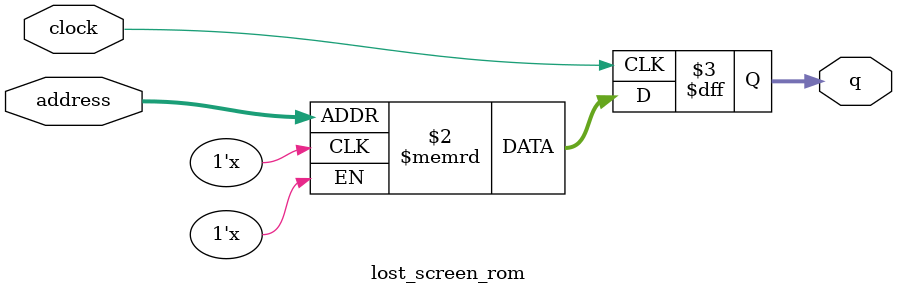
<source format=sv>
module lost_screen_rom (
	input logic clock,
	input logic [15:0] address,
	output logic [1:0] q
);

logic [1:0] memory [0:38399] /* synthesis ram_init_file = "./lost_screen/lost_screen.COE" */;

always_ff @ (posedge clock) begin
	q <= memory[address];
end

endmodule

</source>
